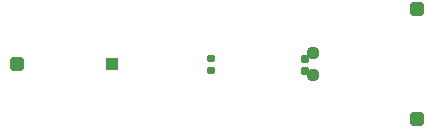
<source format=gbr>
%TF.GenerationSoftware,KiCad,Pcbnew,9.0.4*%
%TF.CreationDate,2025-09-20T16:24:51-07:00*%
%TF.ProjectId,Wilkinson PD,57696c6b-696e-4736-9f6e-2050442e6b69,rev?*%
%TF.SameCoordinates,Original*%
%TF.FileFunction,Paste,Top*%
%TF.FilePolarity,Positive*%
%FSLAX46Y46*%
G04 Gerber Fmt 4.6, Leading zero omitted, Abs format (unit mm)*
G04 Created by KiCad (PCBNEW 9.0.4) date 2025-09-20 16:24:51*
%MOMM*%
%LPD*%
G01*
G04 APERTURE LIST*
G04 Aperture macros list*
%AMRoundRect*
0 Rectangle with rounded corners*
0 $1 Rounding radius*
0 $2 $3 $4 $5 $6 $7 $8 $9 X,Y pos of 4 corners*
0 Add a 4 corners polygon primitive as box body*
4,1,4,$2,$3,$4,$5,$6,$7,$8,$9,$2,$3,0*
0 Add four circle primitives for the rounded corners*
1,1,$1+$1,$2,$3*
1,1,$1+$1,$4,$5*
1,1,$1+$1,$6,$7*
1,1,$1+$1,$8,$9*
0 Add four rect primitives between the rounded corners*
20,1,$1+$1,$2,$3,$4,$5,0*
20,1,$1+$1,$4,$5,$6,$7,0*
20,1,$1+$1,$6,$7,$8,$9,0*
20,1,$1+$1,$8,$9,$2,$3,0*%
G04 Aperture macros list end*
%ADD10RoundRect,0.166878X-0.389382X-0.389382X0.389382X-0.389382X0.389382X0.389382X-0.389382X0.389382X0*%
%ADD11RoundRect,0.166878X0.389382X0.389382X-0.389382X0.389382X-0.389382X-0.389382X0.389382X-0.389382X0*%
%ADD12R,1.112520X1.112520*%
%ADD13C,1.112520*%
%ADD14RoundRect,0.135001X-0.185039X-0.135001X0.185039X-0.135001X0.185039X0.135001X-0.185039X0.135001X0*%
%ADD15RoundRect,0.135000X-0.185000X0.135000X-0.185000X-0.135000X0.185000X-0.135000X0.185000X0.135000X0*%
G04 APERTURE END LIST*
D10*
%TO.C,U1*%
X146085560Y-77574140D03*
%TD*%
D11*
%TO.C,U2*%
X179941220Y-72913240D03*
%TD*%
%TO.C,U3*%
X179941220Y-82235040D03*
%TD*%
D12*
%TO.C,WPD1*%
X154124660Y-77574140D03*
D13*
X171180760Y-76659740D03*
X171180760Y-78488540D03*
D14*
X162493960Y-77064108D03*
X162493960Y-78084172D03*
X170449240Y-77064108D03*
X170449240Y-78084172D03*
%TD*%
D15*
%TO.C,R2*%
X170449240Y-77181520D03*
X170449240Y-78201520D03*
%TD*%
%TO.C,R1*%
X162493960Y-77116940D03*
X162493960Y-78136940D03*
%TD*%
M02*

</source>
